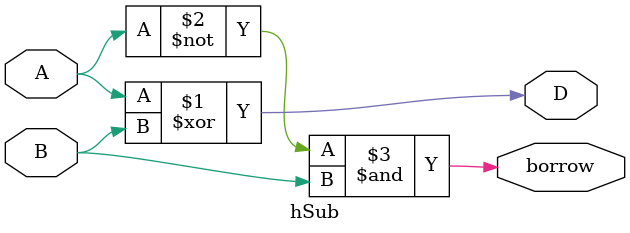
<source format=v>
`timescale 1ns / 1ps


module hSub(
    input A,
    input B,
    output D,
    output borrow
    );
    
    assign D = A ^ B;
    assign borrow = (~A) & B;
endmodule

</source>
